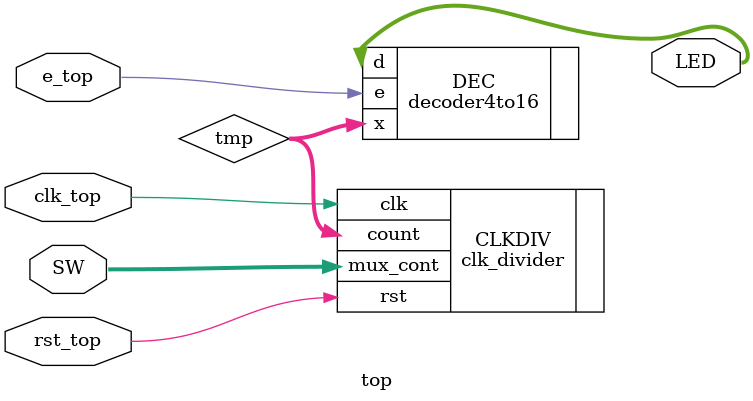
<source format=v>
`timescale 1ns / 1ps


module top #(parameter SIZE_TOP = 4)
    (
        input [4:0] SW, // 5 Switches for Speed
        input clk_top,
        input rst_top,
        input e_top,
        output wire [15:0] LED // All 16 LED's 
    );

wire [SIZE_TOP-1:0] tmp;
    
clk_divider #(.SIZE_CLK(SIZE_TOP)) CLKDIV
              (
                .clk(clk_top),
                .rst(rst_top),
                .mux_cont(SW), // Choose Speed with the switches
                .count(tmp) // Resulting Speed
              );
              
decoder4to16 #(.SIZE_DEC(SIZE_TOP)) DEC
    (
    .x(tmp), // Resulting Speed goes into Decoder
    .e(e_top),
    .d(LED)
    );
    
endmodule

</source>
